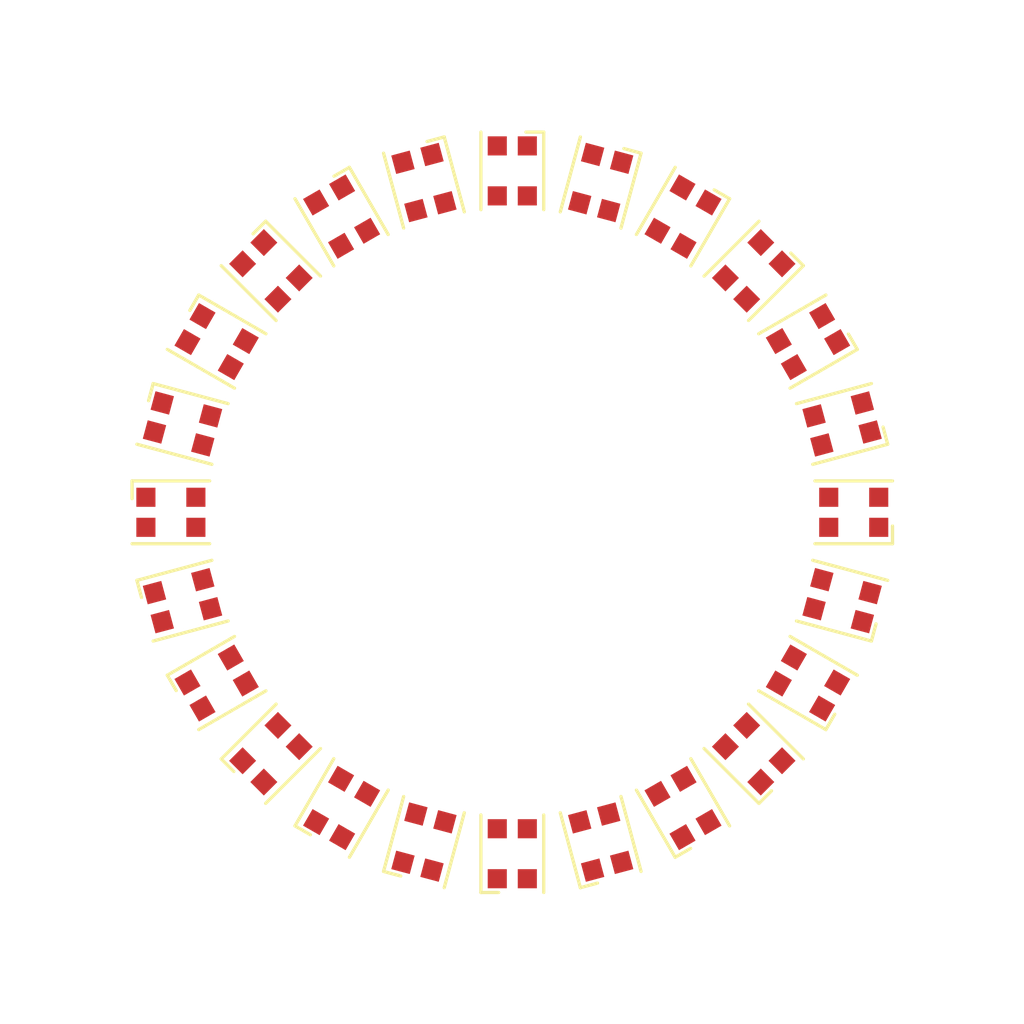
<source format=kicad_pcb>
(kicad_pcb (version 20240108) (generator "pcbnew") (generator_version "8.0")
  (layers (0 "F.Cu" signal) (31 "B.Cu" signal) (34 "B.Paste" user) (35 "F.Paste" user) (36 "B.SilkS" user "B.Silkscreen") (37 "F.SilkS" user "F.Silkscreen") (38 "B.Mask" user) (39 "F.Mask" user) (44 "Edge.Cuts" user))
  (net 0 "")
  (net 1 "IN")
  (net 2 "VDD")
  (net 3 "Net-(D1-DOUT)")
  (net 4 "VSS")
  (footprint "LED_SMD:LED_WS2812B-2020_PLCC4_2.0x2.0mm" (layer "F.Cu") (at -6.25 10.825318 60)
    (property "Reference" "D17" (hide yes))
    (property "Value" "WS2812B-2020")
    (fp_line (start -1.42 -1.15) (end -1.42 -0.5) (stroke (width 0.12)) (layer "F.SilkS"))
    (fp_line (start -1.42 -1.15) (end 1.42 -1.15) (stroke (width 0.12)) (layer "F.SilkS"))
    (fp_line (start -1.42 1.15) (end 1.42 1.15) (stroke (width 0.12)) (layer "F.SilkS"))
    (pad "1" smd rect (at -0.915 -0.55 60) (size 0.7 0.7) (layers "F.Cu" "F.Paste" "F.Mask") (net 3 "Net-(D1-DOUT)"))
    (pad "2" smd rect (at -0.915 0.55 60) (size 0.7 0.7) (layers "F.Cu" "F.Paste" "F.Mask") (net 4 "VSS"))
    (pad "3" smd rect (at 0.915 0.55 60) (size 0.7 0.7) (layers "F.Cu" "F.Paste" "F.Mask") (net 1 "IN"))
    (pad "4" smd rect (at 0.915 -0.55 60) (size 0.7 0.7) (layers "F.Cu" "F.Paste" "F.Mask") (net 2 "VDD"))
  )
  (footprint "LED_SMD:LED_WS2812B-2020_PLCC4_2.0x2.0mm" (layer "F.Cu") (at -12.074073 -3.235238 -15)
    (property "Reference" "D12" (hide yes))
    (property "Value" "WS2812B-2020")
    (fp_line (start -1.42 1.15) (end 1.42 1.15) (stroke (width 0.12)) (layer "F.SilkS"))
    (fp_line (start -1.42 -1.15) (end -1.42 -0.5) (stroke (width 0.12)) (layer "F.SilkS"))
    (fp_line (start -1.42 -1.15) (end 1.42 -1.15) (stroke (width 0.12)) (layer "F.SilkS"))
    (pad "1" smd rect (at -0.915 -0.55 345) (size 0.7 0.7) (layers "F.Cu" "F.Paste" "F.Mask") (net 3 "Net-(D1-DOUT)"))
    (pad "2" smd rect (at -0.915 0.55 345) (size 0.7 0.7) (layers "F.Cu" "F.Paste" "F.Mask") (net 4 "VSS"))
    (pad "3" smd rect (at 0.915 0.55 345) (size 0.7 0.7) (layers "F.Cu" "F.Paste" "F.Mask") (net 1 "IN"))
    (pad "4" smd rect (at 0.915 -0.55 345) (size 0.7 0.7) (layers "F.Cu" "F.Paste" "F.Mask") (net 2 "VDD"))
  )
  (footprint "LED_SMD:LED_WS2812B-2020_PLCC4_2.0x2.0mm" (layer "F.Cu") (at -8.838835 8.838835 45)
    (property "Reference" "D16" (hide yes))
    (property "Value" "WS2812B-2020")
    (fp_line (start -1.42 -1.15) (end -1.42 -0.5) (stroke (width 0.12)) (layer "F.SilkS"))
    (fp_line (start -1.42 -1.15) (end 1.42 -1.15) (stroke (width 0.12)) (layer "F.SilkS"))
    (fp_line (start -1.42 1.15) (end 1.42 1.15) (stroke (width 0.12)) (layer "F.SilkS"))
    (pad "1" smd rect (at -0.915 -0.55 45) (size 0.7 0.7) (layers "F.Cu" "F.Paste" "F.Mask") (net 3 "Net-(D1-DOUT)"))
    (pad "2" smd rect (at -0.915 0.55 45) (size 0.7 0.7) (layers "F.Cu" "F.Paste" "F.Mask") (net 4 "VSS"))
    (pad "3" smd rect (at 0.915 0.55 45) (size 0.7 0.7) (layers "F.Cu" "F.Paste" "F.Mask") (net 1 "IN"))
    (pad "4" smd rect (at 0.915 -0.55 45) (size 0.7 0.7) (layers "F.Cu" "F.Paste" "F.Mask") (net 2 "VDD"))
  )
  (footprint "LED_SMD:LED_WS2812B-2020_PLCC4_2.0x2.0mm" (layer "F.Cu") (at -10.825318 6.25 30)
    (property "Reference" "D15" (hide yes))
    (property "Value" "WS2812B-2020")
    (fp_line (start -1.42 -1.15) (end -1.42 -0.5) (stroke (width 0.12)) (layer "F.SilkS"))
    (fp_line (start -1.42 -1.15) (end 1.42 -1.15) (stroke (width 0.12)) (layer "F.SilkS"))
    (fp_line (start -1.42 1.15) (end 1.42 1.15) (stroke (width 0.12)) (layer "F.SilkS"))
    (pad "1" smd rect (at -0.915 -0.55 30) (size 0.7 0.7) (layers "F.Cu" "F.Paste" "F.Mask") (net 3 "Net-(D1-DOUT)"))
    (pad "2" smd rect (at -0.915 0.55 30) (size 0.7 0.7) (layers "F.Cu" "F.Paste" "F.Mask") (net 4 "VSS"))
    (pad "3" smd rect (at 0.915 0.55 30) (size 0.7 0.7) (layers "F.Cu" "F.Paste" "F.Mask") (net 1 "IN"))
    (pad "4" smd rect (at 0.915 -0.55 30) (size 0.7 0.7) (layers "F.Cu" "F.Paste" "F.Mask") (net 2 "VDD"))
  )
  (footprint "LED_SMD:LED_WS2812B-2020_PLCC4_2.0x2.0mm" (layer "F.Cu") (at -3.235238 -12.074073 -75)
    (property "Reference" "D8" (hide yes))
    (property "Value" "WS2812B-2020")
    (fp_line (start -1.42 1.15) (end 1.42 1.15) (stroke (width 0.12)) (layer "F.SilkS"))
    (fp_line (start -1.42 -1.15) (end -1.42 -0.5) (stroke (width 0.12)) (layer "F.SilkS"))
    (fp_line (start -1.42 -1.15) (end 1.42 -1.15) (stroke (width 0.12)) (layer "F.SilkS"))
    (pad "1" smd rect (at -0.915 -0.55 285) (size 0.7 0.7) (layers "F.Cu" "F.Paste" "F.Mask") (net 3 "Net-(D1-DOUT)"))
    (pad "2" smd rect (at -0.915 0.55 285) (size 0.7 0.7) (layers "F.Cu" "F.Paste" "F.Mask") (net 4 "VSS"))
    (pad "3" smd rect (at 0.915 0.55 285) (size 0.7 0.7) (layers "F.Cu" "F.Paste" "F.Mask") (net 1 "IN"))
    (pad "4" smd rect (at 0.915 -0.55 285) (size 0.7 0.7) (layers "F.Cu" "F.Paste" "F.Mask") (net 2 "VDD"))
  )
  (footprint "LED_SMD:LED_WS2812B-2020_PLCC4_2.0x2.0mm" (layer "F.Cu") (at 0 12.5 90)
    (property "Reference" "D19" (hide yes))
    (property "Value" "WS2812B-2020")
    (fp_line (start -1.42 -1.15) (end 1.42 -1.15) (stroke (width 0.12)) (layer "F.SilkS"))
    (fp_line (start -1.42 -1.15) (end -1.42 -0.5) (stroke (width 0.12)) (layer "F.SilkS"))
    (fp_line (start -1.42 1.15) (end 1.42 1.15) (stroke (width 0.12)) (layer "F.SilkS"))
    (pad "1" smd rect (at -0.915 -0.55 90) (size 0.7 0.7) (layers "F.Cu" "F.Paste" "F.Mask") (net 3 "Net-(D1-DOUT)"))
    (pad "2" smd rect (at -0.915 0.55 90) (size 0.7 0.7) (layers "F.Cu" "F.Paste" "F.Mask") (net 4 "VSS"))
    (pad "3" smd rect (at 0.915 0.55 90) (size 0.7 0.7) (layers "F.Cu" "F.Paste" "F.Mask") (net 1 "IN"))
    (pad "4" smd rect (at 0.915 -0.55 90) (size 0.7 0.7) (layers "F.Cu" "F.Paste" "F.Mask") (net 2 "VDD"))
  )
  (footprint "LED_SMD:LED_WS2812B-2020_PLCC4_2.0x2.0mm" (layer "F.Cu") (at 3.235238 -12.074073 -105)
    (property "Reference" "D6" (hide yes))
    (property "Value" "WS2812B-2020")
    (fp_line (start -1.42 1.15) (end 1.42 1.15) (stroke (width 0.12)) (layer "F.SilkS"))
    (fp_line (start -1.42 -1.15) (end 1.42 -1.15) (stroke (width 0.12)) (layer "F.SilkS"))
    (fp_line (start -1.42 -1.15) (end -1.42 -0.5) (stroke (width 0.12)) (layer "F.SilkS"))
    (pad "1" smd rect (at -0.915 -0.55 255) (size 0.7 0.7) (layers "F.Cu" "F.Paste" "F.Mask") (net 3 "Net-(D1-DOUT)"))
    (pad "2" smd rect (at -0.915 0.55 255) (size 0.7 0.7) (layers "F.Cu" "F.Paste" "F.Mask") (net 4 "VSS"))
    (pad "3" smd rect (at 0.915 0.55 255) (size 0.7 0.7) (layers "F.Cu" "F.Paste" "F.Mask") (net 1 "IN"))
    (pad "4" smd rect (at 0.915 -0.55 255) (size 0.7 0.7) (layers "F.Cu" "F.Paste" "F.Mask") (net 2 "VDD"))
  )
  (footprint "LED_SMD:LED_WS2812B-2020_PLCC4_2.0x2.0mm" (layer "F.Cu") (at 6.25 10.825318 120)
    (property "Reference" "D21" (hide yes))
    (property "Value" "WS2812B-2020")
    (fp_line (start -1.42 -1.15) (end 1.42 -1.15) (stroke (width 0.12)) (layer "F.SilkS"))
    (fp_line (start -1.42 -1.15) (end -1.42 -0.5) (stroke (width 0.12)) (layer "F.SilkS"))
    (fp_line (start -1.42 1.15) (end 1.42 1.15) (stroke (width 0.12)) (layer "F.SilkS"))
    (pad "1" smd rect (at -0.915 -0.55 120) (size 0.7 0.7) (layers "F.Cu" "F.Paste" "F.Mask") (net 3 "Net-(D1-DOUT)"))
    (pad "2" smd rect (at -0.915 0.55 120) (size 0.7 0.7) (layers "F.Cu" "F.Paste" "F.Mask") (net 4 "VSS"))
    (pad "3" smd rect (at 0.915 0.55 120) (size 0.7 0.7) (layers "F.Cu" "F.Paste" "F.Mask") (net 1 "IN"))
    (pad "4" smd rect (at 0.915 -0.55 120) (size 0.7 0.7) (layers "F.Cu" "F.Paste" "F.Mask") (net 2 "VDD"))
  )
  (footprint "LED_SMD:LED_WS2812B-2020_PLCC4_2.0x2.0mm" (layer "F.Cu") (at 12.074073 -3.235238 -165)
    (property "Reference" "D2" (hide yes))
    (property "Value" "WS2812B-2020")
    (fp_line (start -1.42 1.15) (end 1.42 1.15) (stroke (width 0.12)) (layer "F.SilkS"))
    (fp_line (start -1.42 -1.15) (end 1.42 -1.15) (stroke (width 0.12)) (layer "F.SilkS"))
    (fp_line (start -1.42 -1.15) (end -1.42 -0.5) (stroke (width 0.12)) (layer "F.SilkS"))
    (pad "1" smd rect (at -0.915 -0.55 195) (size 0.7 0.7) (layers "F.Cu" "F.Paste" "F.Mask") (net 3 "Net-(D1-DOUT)"))
    (pad "2" smd rect (at -0.915 0.55 195) (size 0.7 0.7) (layers "F.Cu" "F.Paste" "F.Mask") (net 4 "VSS"))
    (pad "3" smd rect (at 0.915 0.55 195) (size 0.7 0.7) (layers "F.Cu" "F.Paste" "F.Mask") (net 1 "IN"))
    (pad "4" smd rect (at 0.915 -0.55 195) (size 0.7 0.7) (layers "F.Cu" "F.Paste" "F.Mask") (net 2 "VDD"))
  )
  (footprint "LED_SMD:LED_WS2812B-2020_PLCC4_2.0x2.0mm" (layer "F.Cu") (at -6.25 -10.825318 -60)
    (property "Reference" "D9" (hide yes))
    (property "Value" "WS2812B-2020")
    (fp_line (start -1.42 1.15) (end 1.42 1.15) (stroke (width 0.12)) (layer "F.SilkS"))
    (fp_line (start -1.42 -1.15) (end -1.42 -0.5) (stroke (width 0.12)) (layer "F.SilkS"))
    (fp_line (start -1.42 -1.15) (end 1.42 -1.15) (stroke (width 0.12)) (layer "F.SilkS"))
    (pad "1" smd rect (at -0.915 -0.55 300) (size 0.7 0.7) (layers "F.Cu" "F.Paste" "F.Mask") (net 3 "Net-(D1-DOUT)"))
    (pad "2" smd rect (at -0.915 0.55 300) (size 0.7 0.7) (layers "F.Cu" "F.Paste" "F.Mask") (net 4 "VSS"))
    (pad "3" smd rect (at 0.915 0.55 300) (size 0.7 0.7) (layers "F.Cu" "F.Paste" "F.Mask") (net 1 "IN"))
    (pad "4" smd rect (at 0.915 -0.55 300) (size 0.7 0.7) (layers "F.Cu" "F.Paste" "F.Mask") (net 2 "VDD"))
  )
  (footprint "LED_SMD:LED_WS2812B-2020_PLCC4_2.0x2.0mm" (layer "F.Cu") (at 0 -12.5 -90)
    (property "Reference" "D7" (hide yes))
    (property "Value" "WS2812B-2020")
    (fp_line (start -1.42 1.15) (end 1.42 1.15) (stroke (width 0.12)) (layer "F.SilkS"))
    (fp_line (start -1.42 -1.15) (end -1.42 -0.5) (stroke (width 0.12)) (layer "F.SilkS"))
    (fp_line (start -1.42 -1.15) (end 1.42 -1.15) (stroke (width 0.12)) (layer "F.SilkS"))
    (pad "1" smd rect (at -0.915 -0.55 270) (size 0.7 0.7) (layers "F.Cu" "F.Paste" "F.Mask") (net 3 "Net-(D1-DOUT)"))
    (pad "2" smd rect (at -0.915 0.55 270) (size 0.7 0.7) (layers "F.Cu" "F.Paste" "F.Mask") (net 4 "VSS"))
    (pad "3" smd rect (at 0.915 0.55 270) (size 0.7 0.7) (layers "F.Cu" "F.Paste" "F.Mask") (net 1 "IN"))
    (pad "4" smd rect (at 0.915 -0.55 270) (size 0.7 0.7) (layers "F.Cu" "F.Paste" "F.Mask") (net 2 "VDD"))
  )
  (footprint "LED_SMD:LED_WS2812B-2020_PLCC4_2.0x2.0mm" (layer "F.Cu") (at 10.825318 -6.25 -150)
    (property "Reference" "D3" (hide yes))
    (property "Value" "WS2812B-2020")
    (fp_line (start -1.42 1.15) (end 1.42 1.15) (stroke (width 0.12)) (layer "F.SilkS"))
    (fp_line (start -1.42 -1.15) (end 1.42 -1.15) (stroke (width 0.12)) (layer "F.SilkS"))
    (fp_line (start -1.42 -1.15) (end -1.42 -0.5) (stroke (width 0.12)) (layer "F.SilkS"))
    (pad "1" smd rect (at -0.915 -0.55 210) (size 0.7 0.7) (layers "F.Cu" "F.Paste" "F.Mask") (net 3 "Net-(D1-DOUT)"))
    (pad "2" smd rect (at -0.915 0.55 210) (size 0.7 0.7) (layers "F.Cu" "F.Paste" "F.Mask") (net 4 "VSS"))
    (pad "3" smd rect (at 0.915 0.55 210) (size 0.7 0.7) (layers "F.Cu" "F.Paste" "F.Mask") (net 1 "IN"))
    (pad "4" smd rect (at 0.915 -0.55 210) (size 0.7 0.7) (layers "F.Cu" "F.Paste" "F.Mask") (net 2 "VDD"))
  )
  (footprint "LED_SMD:LED_WS2812B-2020_PLCC4_2.0x2.0mm" (layer "F.Cu") (at -8.838835 -8.838835 -45)
    (property "Reference" "D10" (hide yes))
    (property "Value" "WS2812B-2020")
    (fp_line (start -1.42 1.15) (end 1.42 1.15) (stroke (width 0.12)) (layer "F.SilkS"))
    (fp_line (start -1.42 -1.15) (end -1.42 -0.5) (stroke (width 0.12)) (layer "F.SilkS"))
    (fp_line (start -1.42 -1.15) (end 1.42 -1.15) (stroke (width 0.12)) (layer "F.SilkS"))
    (pad "1" smd rect (at -0.915 -0.55 315) (size 0.7 0.7) (layers "F.Cu" "F.Paste" "F.Mask") (net 3 "Net-(D1-DOUT)"))
    (pad "2" smd rect (at -0.915 0.55 315) (size 0.7 0.7) (layers "F.Cu" "F.Paste" "F.Mask") (net 4 "VSS"))
    (pad "3" smd rect (at 0.915 0.55 315) (size 0.7 0.7) (layers "F.Cu" "F.Paste" "F.Mask") (net 1 "IN"))
    (pad "4" smd rect (at 0.915 -0.55 315) (size 0.7 0.7) (layers "F.Cu" "F.Paste" "F.Mask") (net 2 "VDD"))
  )
  (footprint "LED_SMD:LED_WS2812B-2020_PLCC4_2.0x2.0mm" (layer "F.Cu") (at 6.25 -10.825318 -120)
    (property "Reference" "D5" (hide yes))
    (property "Value" "WS2812B-2020")
    (fp_line (start -1.42 1.15) (end 1.42 1.15) (stroke (width 0.12)) (layer "F.SilkS"))
    (fp_line (start -1.42 -1.15) (end 1.42 -1.15) (stroke (width 0.12)) (layer "F.SilkS"))
    (fp_line (start -1.42 -1.15) (end -1.42 -0.5) (stroke (width 0.12)) (layer "F.SilkS"))
    (pad "1" smd rect (at -0.915 -0.55 240) (size 0.7 0.7) (layers "F.Cu" "F.Paste" "F.Mask") (net 3 "Net-(D1-DOUT)"))
    (pad "2" smd rect (at -0.915 0.55 240) (size 0.7 0.7) (layers "F.Cu" "F.Paste" "F.Mask") (net 4 "VSS"))
    (pad "3" smd rect (at 0.915 0.55 240) (size 0.7 0.7) (layers "F.Cu" "F.Paste" "F.Mask") (net 1 "IN"))
    (pad "4" smd rect (at 0.915 -0.55 240) (size 0.7 0.7) (layers "F.Cu" "F.Paste" "F.Mask") (net 2 "VDD"))
  )
  (footprint "LED_SMD:LED_WS2812B-2020_PLCC4_2.0x2.0mm" (layer "F.Cu") (at -12.074073 3.235238 15)
    (property "Reference" "D14" (hide yes))
    (property "Value" "WS2812B-2020")
    (fp_line (start -1.42 -1.15) (end -1.42 -0.5) (stroke (width 0.12)) (layer "F.SilkS"))
    (fp_line (start -1.42 -1.15) (end 1.42 -1.15) (stroke (width 0.12)) (layer "F.SilkS"))
    (fp_line (start -1.42 1.15) (end 1.42 1.15) (stroke (width 0.12)) (layer "F.SilkS"))
    (pad "1" smd rect (at -0.915 -0.55 15) (size 0.7 0.7) (layers "F.Cu" "F.Paste" "F.Mask") (net 3 "Net-(D1-DOUT)"))
    (pad "2" smd rect (at -0.915 0.55 15) (size 0.7 0.7) (layers "F.Cu" "F.Paste" "F.Mask") (net 4 "VSS"))
    (pad "3" smd rect (at 0.915 0.55 15) (size 0.7 0.7) (layers "F.Cu" "F.Paste" "F.Mask") (net 1 "IN"))
    (pad "4" smd rect (at 0.915 -0.55 15) (size 0.7 0.7) (layers "F.Cu" "F.Paste" "F.Mask") (net 2 "VDD"))
  )
  (footprint "LED_SMD:LED_WS2812B-2020_PLCC4_2.0x2.0mm" (layer "F.Cu") (at -12.5 0)
    (property "Reference" "D13" (hide yes))
    (property "Value" "WS2812B-2020")
    (fp_line (start -1.42 -1.15) (end -1.42 -0.5) (stroke (width 0.12)) (layer "F.SilkS"))
    (fp_line (start -1.42 -1.15) (end 1.42 -1.15) (stroke (width 0.12)) (layer "F.SilkS"))
    (fp_line (start -1.42 1.15) (end 1.42 1.15) (stroke (width 0.12)) (layer "F.SilkS"))
    (pad "1" smd rect (at -0.915 -0.55) (size 0.7 0.7) (layers "F.Cu" "F.Paste" "F.Mask") (net 3 "Net-(D1-DOUT)"))
    (pad "2" smd rect (at -0.915 0.55) (size 0.7 0.7) (layers "F.Cu" "F.Paste" "F.Mask") (net 4 "VSS"))
    (pad "3" smd rect (at 0.915 0.55) (size 0.7 0.7) (layers "F.Cu" "F.Paste" "F.Mask") (net 1 "IN"))
    (pad "4" smd rect (at 0.915 -0.55) (size 0.7 0.7) (layers "F.Cu" "F.Paste" "F.Mask") (net 2 "VDD"))
  )
  (footprint "LED_SMD:LED_WS2812B-2020_PLCC4_2.0x2.0mm" (layer "F.Cu") (at 3.235238 12.074073 105)
    (property "Reference" "D20" (hide yes))
    (property "Value" "WS2812B-2020")
    (fp_line (start -1.42 -1.15) (end 1.42 -1.15) (stroke (width 0.12)) (layer "F.SilkS"))
    (fp_line (start -1.42 -1.15) (end -1.42 -0.5) (stroke (width 0.12)) (layer "F.SilkS"))
    (fp_line (start -1.42 1.15) (end 1.42 1.15) (stroke (width 0.12)) (layer "F.SilkS"))
    (pad "1" smd rect (at -0.915 -0.55 105) (size 0.7 0.7) (layers "F.Cu" "F.Paste" "F.Mask") (net 3 "Net-(D1-DOUT)"))
    (pad "2" smd rect (at -0.915 0.55 105) (size 0.7 0.7) (layers "F.Cu" "F.Paste" "F.Mask") (net 4 "VSS"))
    (pad "3" smd rect (at 0.915 0.55 105) (size 0.7 0.7) (layers "F.Cu" "F.Paste" "F.Mask") (net 1 "IN"))
    (pad "4" smd rect (at 0.915 -0.55 105) (size 0.7 0.7) (layers "F.Cu" "F.Paste" "F.Mask") (net 2 "VDD"))
  )
  (footprint "LED_SMD:LED_WS2812B-2020_PLCC4_2.0x2.0mm" (layer "F.Cu") (at -3.235238 12.074073 75)
    (property "Reference" "D18" (hide yes))
    (property "Value" "WS2812B-2020")
    (fp_line (start -1.42 -1.15) (end -1.42 -0.5) (stroke (width 0.12)) (layer "F.SilkS"))
    (fp_line (start -1.42 -1.15) (end 1.42 -1.15) (stroke (width 0.12)) (layer "F.SilkS"))
    (fp_line (start -1.42 1.15) (end 1.42 1.15) (stroke (width 0.12)) (layer "F.SilkS"))
    (pad "1" smd rect (at -0.915 -0.55 75) (size 0.7 0.7) (layers "F.Cu" "F.Paste" "F.Mask") (net 3 "Net-(D1-DOUT)"))
    (pad "2" smd rect (at -0.915 0.55 75) (size 0.7 0.7) (layers "F.Cu" "F.Paste" "F.Mask") (net 4 "VSS"))
    (pad "3" smd rect (at 0.915 0.55 75) (size 0.7 0.7) (layers "F.Cu" "F.Paste" "F.Mask") (net 1 "IN"))
    (pad "4" smd rect (at 0.915 -0.55 75) (size 0.7 0.7) (layers "F.Cu" "F.Paste" "F.Mask") (net 2 "VDD"))
  )
  (footprint "LED_SMD:LED_WS2812B-2020_PLCC4_2.0x2.0mm" (layer "F.Cu") (at 8.838835 -8.838835 -135)
    (property "Reference" "D4" (hide yes))
    (property "Value" "WS2812B-2020")
    (fp_line (start -1.42 1.15) (end 1.42 1.15) (stroke (width 0.12)) (layer "F.SilkS"))
    (fp_line (start -1.42 -1.15) (end 1.42 -1.15) (stroke (width 0.12)) (layer "F.SilkS"))
    (fp_line (start -1.42 -1.15) (end -1.42 -0.5) (stroke (width 0.12)) (layer "F.SilkS"))
    (pad "1" smd rect (at -0.915 -0.55 225) (size 0.7 0.7) (layers "F.Cu" "F.Paste" "F.Mask") (net 3 "Net-(D1-DOUT)"))
    (pad "2" smd rect (at -0.915 0.55 225) (size 0.7 0.7) (layers "F.Cu" "F.Paste" "F.Mask") (net 4 "VSS"))
    (pad "3" smd rect (at 0.915 0.55 225) (size 0.7 0.7) (layers "F.Cu" "F.Paste" "F.Mask") (net 1 "IN"))
    (pad "4" smd rect (at 0.915 -0.55 225) (size 0.7 0.7) (layers "F.Cu" "F.Paste" "F.Mask") (net 2 "VDD"))
  )
  (footprint "LED_SMD:LED_WS2812B-2020_PLCC4_2.0x2.0mm" (layer "F.Cu") (at -10.825318 -6.25 -30)
    (property "Reference" "D11" (hide yes))
    (property "Value" "WS2812B-2020")
    (fp_line (start -1.42 1.15) (end 1.42 1.15) (stroke (width 0.12)) (layer "F.SilkS"))
    (fp_line (start -1.42 -1.15) (end -1.42 -0.5) (stroke (width 0.12)) (layer "F.SilkS"))
    (fp_line (start -1.42 -1.15) (end 1.42 -1.15) (stroke (width 0.12)) (layer "F.SilkS"))
    (pad "1" smd rect (at -0.915 -0.55 330) (size 0.7 0.7) (layers "F.Cu" "F.Paste" "F.Mask") (net 3 "Net-(D1-DOUT)"))
    (pad "2" smd rect (at -0.915 0.55 330) (size 0.7 0.7) (layers "F.Cu" "F.Paste" "F.Mask") (net 4 "VSS"))
    (pad "3" smd rect (at 0.915 0.55 330) (size 0.7 0.7) (layers "F.Cu" "F.Paste" "F.Mask") (net 1 "IN"))
    (pad "4" smd rect (at 0.915 -0.55 330) (size 0.7 0.7) (layers "F.Cu" "F.Paste" "F.Mask") (net 2 "VDD"))
  )
  (footprint "LED_SMD:LED_WS2812B-2020_PLCC4_2.0x2.0mm" (layer "F.Cu") (at 8.838835 8.838835 135)
    (property "Reference" "D22" (hide yes))
    (property "Value" "WS2812B-2020")
    (fp_line (start -1.42 -1.15) (end 1.42 -1.15) (stroke (width 0.12)) (layer "F.SilkS"))
    (fp_line (start -1.42 -1.15) (end -1.42 -0.5) (stroke (width 0.12)) (layer "F.SilkS"))
    (fp_line (start -1.42 1.15) (end 1.42 1.15) (stroke (width 0.12)) (layer "F.SilkS"))
    (pad "1" smd rect (at -0.915 -0.55 135) (size 0.7 0.7) (layers "F.Cu" "F.Paste" "F.Mask") (net 3 "Net-(D1-DOUT)"))
    (pad "2" smd rect (at -0.915 0.55 135) (size 0.7 0.7) (layers "F.Cu" "F.Paste" "F.Mask") (net 4 "VSS"))
    (pad "3" smd rect (at 0.915 0.55 135) (size 0.7 0.7) (layers "F.Cu" "F.Paste" "F.Mask") (net 1 "IN"))
    (pad "4" smd rect (at 0.915 -0.55 135) (size 0.7 0.7) (layers "F.Cu" "F.Paste" "F.Mask") (net 2 "VDD"))
  )
  (footprint "LED_SMD:LED_WS2812B-2020_PLCC4_2.0x2.0mm" (layer "F.Cu") (at 12.5 0 180)
    (property "Reference" "D1" (hide yes))
    (property "Value" "WS2812B-2020")
    (fp_line (start -1.42 1.15) (end 1.42 1.15) (stroke (width 0.12)) (layer "F.SilkS"))
    (fp_line (start -1.42 -1.15) (end 1.42 -1.15) (stroke (width 0.12)) (layer "F.SilkS"))
    (fp_line (start -1.42 -1.15) (end -1.42 -0.5) (stroke (width 0.12)) (layer "F.SilkS"))
    (pad "1" smd rect (at -0.915 -0.55 180) (size 0.7 0.7) (layers "F.Cu" "F.Paste" "F.Mask") (net 3 "Net-(D1-DOUT)"))
    (pad "2" smd rect (at -0.915 0.55 180) (size 0.7 0.7) (layers "F.Cu" "F.Paste" "F.Mask") (net 4 "VSS"))
    (pad "3" smd rect (at 0.915 0.55 180) (size 0.7 0.7) (layers "F.Cu" "F.Paste" "F.Mask") (net 1 "IN"))
    (pad "4" smd rect (at 0.915 -0.55 180) (size 0.7 0.7) (layers "F.Cu" "F.Paste" "F.Mask") (net 2 "VDD"))
  )
  (footprint "LED_SMD:LED_WS2812B-2020_PLCC4_2.0x2.0mm" (layer "F.Cu") (at 12.074073 3.235238 165)
    (property "Reference" "D24" (hide yes))
    (property "Value" "WS2812B-2020")
    (fp_line (start -1.42 -1.15) (end 1.42 -1.15) (stroke (width 0.12)) (layer "F.SilkS"))
    (fp_line (start -1.42 -1.15) (end -1.42 -0.5) (stroke (width 0.12)) (layer "F.SilkS"))
    (fp_line (start -1.42 1.15) (end 1.42 1.15) (stroke (width 0.12)) (layer "F.SilkS"))
    (pad "1" smd rect (at -0.915 -0.55 165) (size 0.7 0.7) (layers "F.Cu" "F.Paste" "F.Mask") (net 3 "Net-(D1-DOUT)"))
    (pad "2" smd rect (at -0.915 0.55 165) (size 0.7 0.7) (layers "F.Cu" "F.Paste" "F.Mask") (net 4 "VSS"))
    (pad "3" smd rect (at 0.915 0.55 165) (size 0.7 0.7) (layers "F.Cu" "F.Paste" "F.Mask") (net 1 "IN"))
    (pad "4" smd rect (at 0.915 -0.55 165) (size 0.7 0.7) (layers "F.Cu" "F.Paste" "F.Mask") (net 2 "VDD"))
  )
  (footprint "LED_SMD:LED_WS2812B-2020_PLCC4_2.0x2.0mm" (layer "F.Cu") (at 10.825318 6.25 150)
    (property "Reference" "D23" (hide yes))
    (property "Value" "WS2812B-2020")
    (fp_line (start -1.42 -1.15) (end 1.42 -1.15) (stroke (width 0.12)) (layer "F.SilkS"))
    (fp_line (start -1.42 -1.15) (end -1.42 -0.5) (stroke (width 0.12)) (layer "F.SilkS"))
    (fp_line (start -1.42 1.15) (end 1.42 1.15) (stroke (width 0.12)) (layer "F.SilkS"))
    (pad "1" smd rect (at -0.915 -0.55 150) (size 0.7 0.7) (layers "F.Cu" "F.Paste" "F.Mask") (net 3 "Net-(D1-DOUT)"))
    (pad "2" smd rect (at -0.915 0.55 150) (size 0.7 0.7) (layers "F.Cu" "F.Paste" "F.Mask") (net 4 "VSS"))
    (pad "3" smd rect (at 0.915 0.55 150) (size 0.7 0.7) (layers "F.Cu" "F.Paste" "F.Mask") (net 1 "IN"))
    (pad "4" smd rect (at 0.915 -0.55 150) (size 0.7 0.7) (layers "F.Cu" "F.Paste" "F.Mask") (net 2 "VDD"))
  )
)
</source>
